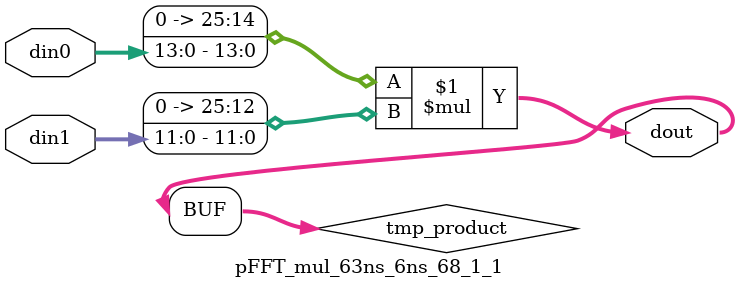
<source format=v>

`timescale 1 ns / 1 ps

 module pFFT_mul_63ns_6ns_68_1_1(din0, din1, dout);
parameter ID = 1;
parameter NUM_STAGE = 0;
parameter din0_WIDTH = 14;
parameter din1_WIDTH = 12;
parameter dout_WIDTH = 26;

input [din0_WIDTH - 1 : 0] din0; 
input [din1_WIDTH - 1 : 0] din1; 
output [dout_WIDTH - 1 : 0] dout;

wire signed [dout_WIDTH - 1 : 0] tmp_product;
























assign tmp_product = $signed({1'b0, din0}) * $signed({1'b0, din1});











assign dout = tmp_product;





















endmodule

</source>
